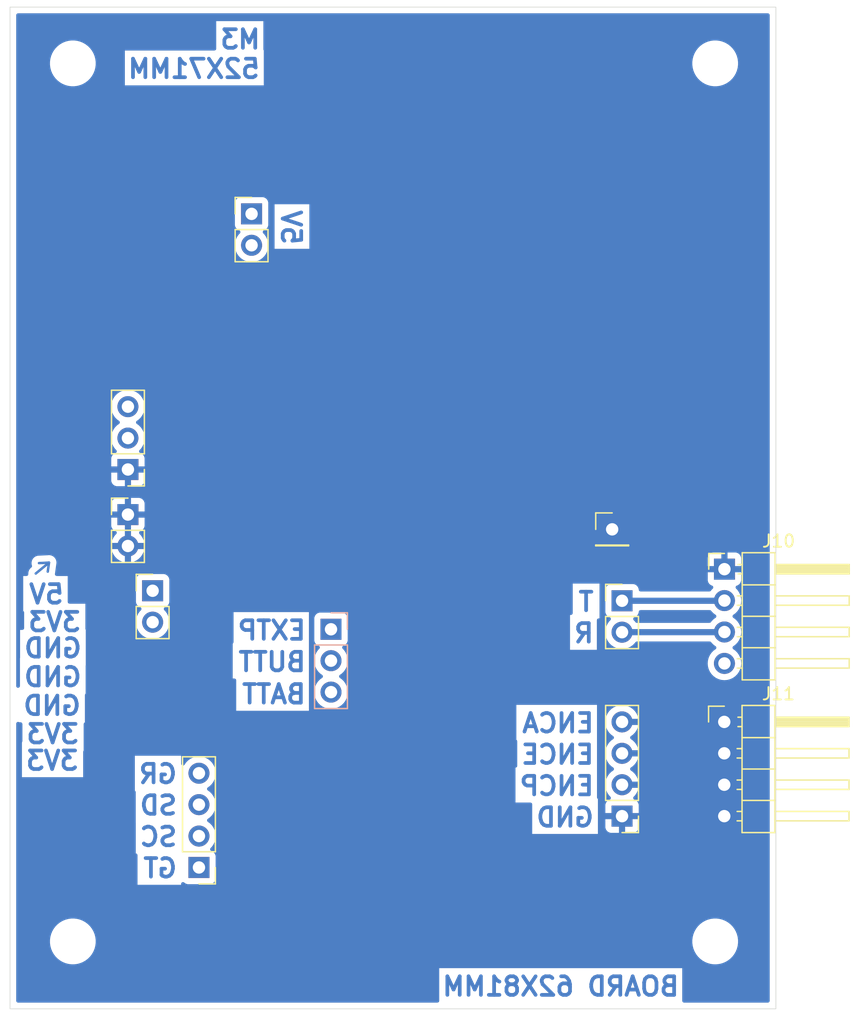
<source format=kicad_pcb>
(kicad_pcb (version 20240108) (generator "pcbnew") (generator_version "8.0")
  (layers (0 "F.Cu" signal) (31 "B.Cu" signal) (34 "B.Paste" user) (35 "F.Paste" user) (36 "B.SilkS" user "B.Silkscreen") (37 "F.SilkS" user "F.Silkscreen") (38 "B.Mask" user) (39 "F.Mask" user) (44 "Edge.Cuts" user))
  (net 0 "")
  (net 1 "ENC_A")
  (net 2 "ENC_P")
  (net 3 "GND")
  (net 4 "ENC_E")
  (net 5 "RX0")
  (net 6 "TX0")
  (net 7 "BUTTON")
  (net 8 "BATTERY")
  (net 9 "EXT_POWER_DETECT")
  (net 10 "+3.3V")
  (net 11 "+5V")
  (net 12 "GPS_RX")
  (net 13 "SDA")
  (net 14 "GPS_TX")
  (net 15 "SCL")
  (footprint "MountingHole:MountingHole_3.2mm_M3" (layer "F.Cu") (at 69.65 64.56)
    (property "Reference" "H1" (hide yes))
    (property "Value" "MountingHole" (hide yes))
    (pad "" np_thru_hole circle (at 0 0) (size 3.2 3.2) (drill 3.2) (layers "F&B.Cu" "*.Mask"))
  )
  (footprint "MountingHole:MountingHole_3.2mm_M3" (layer "F.Cu") (at 69.65 135.56)
    (property "Reference" "H3" (hide yes))
    (property "Value" "MountingHole" (hide yes))
    (pad "" np_thru_hole circle (at 0 0) (size 3.2 3.2) (drill 3.2) (layers "F&B.Cu" "*.Mask"))
  )
  (footprint "Connector_PinHeader_2.54mm:PinHeader_1x02_P2.54mm_Vertical" (layer "F.Cu") (at 84.12 76.73)
    (property "Reference" "J5" (hide yes))
    (property "Value" "5V")
    (fp_line (start -1.33 -1.33) (end 0 -1.33) (stroke (width 0.12)) (layer "F.SilkS"))
    (fp_line (start -1.33 0) (end -1.33 -1.33) (stroke (width 0.12)) (layer "F.SilkS"))
    (fp_line (start -1.33 1.27) (end -1.33 3.87) (stroke (width 0.12)) (layer "F.SilkS"))
    (fp_line (start -1.33 1.27) (end 1.33 1.27) (stroke (width 0.12)) (layer "F.SilkS"))
    (fp_line (start -1.33 3.87) (end 1.33 3.87) (stroke (width 0.12)) (layer "F.SilkS"))
    (fp_line (start 1.33 1.27) (end 1.33 3.87) (stroke (width 0.12)) (layer "F.SilkS"))
    (pad "1" thru_hole rect (at 0 0) (size 1.7 1.7) (drill 1) (layers "*.Cu" "*.Mask") (net 11 "+5V"))
    (pad "2" thru_hole oval (at 0 2.54) (size 1.7 1.7) (drill 1) (layers "*.Cu" "*.Mask") (net 11 "+5V"))
  )
  (footprint "Connector_PinHeader_2.54mm:PinHeader_1x03_P2.54mm_Vertical" (layer "F.Cu") (at 74.11 97.4 180)
    (property "Reference" "J4" (hide yes))
    (property "Value" "POWER")
    (fp_line (start 1.33 1.27) (end 1.33 6.41) (stroke (width 0.12)) (layer "F.SilkS"))
    (fp_line (start -1.33 6.41) (end 1.33 6.41) (stroke (width 0.12)) (layer "F.SilkS"))
    (fp_line (start -1.33 1.27) (end 1.33 1.27) (stroke (width 0.12)) (layer "F.SilkS"))
    (fp_line (start -1.33 1.27) (end -1.33 6.41) (stroke (width 0.12)) (layer "F.SilkS"))
    (fp_line (start -1.33 0) (end -1.33 -1.33) (stroke (width 0.12)) (layer "F.SilkS"))
    (fp_line (start -1.33 -1.33) (end 0 -1.33) (stroke (width 0.12)) (layer "F.SilkS"))
    (pad "1" thru_hole rect (at 0 0 180) (size 1.7 1.7) (drill 1) (layers "*.Cu" "*.Mask") (net 3 "GND"))
    (pad "2" thru_hole oval (at 0 2.54 180) (size 1.7 1.7) (drill 1) (layers "*.Cu" "*.Mask") (net 10 "+3.3V"))
    (pad "3" thru_hole oval (at 0 5.08 180) (size 1.7 1.7) (drill 1) (layers "*.Cu" "*.Mask") (net 11 "+5V"))
  )
  (footprint "Connector_PinHeader_2.54mm:PinHeader_1x04_P2.54mm_Horizontal" (layer "F.Cu") (at 122.385 117.81)
    (property "Reference" "J11" (at 4.385 -2.27 0) (layer "F.SilkS"))
    (property "Value" "ENCODER")
    (fp_line (start -1.27 -1.27) (end 0 -1.27) (stroke (width 0.12)) (layer "F.SilkS"))
    (fp_line (start -1.27 0) (end -1.27 -1.27) (stroke (width 0.12)) (layer "F.SilkS"))
    (fp_line (start 1.042929 2.16) (end 1.44 2.16) (stroke (width 0.12)) (layer "F.SilkS"))
    (fp_line (start 1.042929 2.92) (end 1.44 2.92) (stroke (width 0.12)) (layer "F.SilkS"))
    (fp_line (start 1.042929 4.7) (end 1.44 4.7) (stroke (width 0.12)) (layer "F.SilkS"))
    (fp_line (start 1.042929 5.46) (end 1.44 5.46) (stroke (width 0.12)) (layer "F.SilkS"))
    (fp_line (start 1.042929 7.24) (end 1.44 7.24) (stroke (width 0.12)) (layer "F.SilkS"))
    (fp_line (start 1.042929 8) (end 1.44 8) (stroke (width 0.12)) (layer "F.SilkS"))
    (fp_line (start 1.11 -0.38) (end 1.44 -0.38) (stroke (width 0.12)) (layer "F.SilkS"))
    (fp_line (start 1.11 0.38) (end 1.44 0.38) (stroke (width 0.12)) (layer "F.SilkS"))
    (fp_line (start 1.44 -1.33) (end 1.44 8.95) (stroke (width 0.12)) (layer "F.SilkS"))
    (fp_line (start 1.44 1.27) (end 4.1 1.27) (stroke (width 0.12)) (layer "F.SilkS"))
    (fp_line (start 1.44 3.81) (end 4.1 3.81) (stroke (width 0.12)) (layer "F.SilkS"))
    (fp_line (start 1.44 6.35) (end 4.1 6.35) (stroke (width 0.12)) (layer "F.SilkS"))
    (fp_line (start 1.44 8.95) (end 4.1 8.95) (stroke (width 0.12)) (layer "F.SilkS"))
    (fp_line (start 4.1 -1.33) (end 1.44 -1.33) (stroke (width 0.12)) (layer "F.SilkS"))
    (fp_line (start 4.1 -0.38) (end 10.1 -0.38) (stroke (width 0.12)) (layer "F.SilkS"))
    (fp_line (start 4.1 -0.32) (end 10.1 -0.32) (stroke (width 0.12)) (layer "F.SilkS"))
    (fp_line (start 4.1 -0.2) (end 10.1 -0.2) (stroke (width 0.12)) (layer "F.SilkS"))
    (fp_line (start 4.1 -0.08) (end 10.1 -0.08) (stroke (width 0.12)) (layer "F.SilkS"))
    (fp_line (start 4.1 0.04) (end 10.1 0.04) (stroke (width 0.12)) (layer "F.SilkS"))
    (fp_line (start 4.1 0.16) (end 10.1 0.16) (stroke (width 0.12)) (layer "F.SilkS"))
    (fp_line (start 4.1 0.28) (end 10.1 0.28) (stroke (width 0.12)) (layer "F.SilkS"))
    (fp_line (start 4.1 2.16) (end 10.1 2.16) (stroke (width 0.12)) (layer "F.SilkS"))
    (fp_line (start 4.1 4.7) (end 10.1 4.7) (stroke (width 0.12)) (layer "F.SilkS"))
    (fp_line (start 4.1 7.24) (end 10.1 7.24) (stroke (width 0.12)) (layer "F.SilkS"))
    (fp_line (start 4.1 8.95) (end 4.1 -1.33) (stroke (width 0.12)) (layer "F.SilkS"))
    (fp_line (start 10.1 -0.38) (end 10.1 0.38) (stroke (width 0.12)) (layer "F.SilkS"))
    (fp_line (start 10.1 0.38) (end 4.1 0.38) (stroke (width 0.12)) (layer "F.SilkS"))
    (fp_line (start 10.1 2.16) (end 10.1 2.92) (stroke (width 0.12)) (layer "F.SilkS"))
    (fp_line (start 10.1 2.92) (end 4.1 2.92) (stroke (width 0.12)) (layer "F.SilkS"))
    (fp_line (start 10.1 4.7) (end 10.1 5.46) (stroke (width 0.12)) (layer "F.SilkS"))
    (fp_line (start 10.1 5.46) (end 4.1 5.46) (stroke (width 0.12)) (layer "F.SilkS"))
    (fp_line (start 10.1 7.24) (end 10.1 8) (stroke (width 0.12)) (layer "F.SilkS"))
    (fp_line (start 10.1 8) (end 4.1 8) (stroke (width 0.12)) (layer "F.SilkS"))
    (pad "1" thru_hole rect (at 0 0) (size 1.7 1.7) (drill 1) (layers "*.Cu" "*.Mask") (net 1 "ENC_A"))
    (pad "2" thru_hole oval (at 0 2.54) (size 1.7 1.7) (drill 1) (layers "*.Cu" "*.Mask") (net 4 "ENC_E"))
    (pad "3" thru_hole oval (at 0 5.08) (size 1.7 1.7) (drill 1) (layers "*.Cu" "*.Mask") (net 2 "ENC_P"))
    (pad "4" thru_hole oval (at 0 7.62) (size 1.7 1.7) (drill 1) (layers "*.Cu" "*.Mask") (net 3 "GND"))
  )
  (footprint "MountingHole:MountingHole_3.2mm_M3" (layer "F.Cu") (at 121.65 64.56)
    (property "Reference" "H2" (hide yes))
    (property "Value" "MountingHole" (hide yes))
    (pad "" np_thru_hole circle (at 0 0) (size 3.2 3.2) (drill 3.2) (layers "F&B.Cu" "*.Mask"))
  )
  (footprint "Connector_PinHeader_2.54mm:PinHeader_1x01_P2.54mm_Vertical" (layer "F.Cu") (at 113.31 102.24)
    (property "Reference" "J9" (hide yes))
    (property "Value" "GND")
    (fp_line (start -1.33 -1.33) (end 0 -1.33) (stroke (width 0.12)) (layer "F.SilkS"))
    (fp_line (start -1.33 0) (end -1.33 -1.33) (stroke (width 0.12)) (layer "F.SilkS"))
    (fp_line (start -1.33 1.27) (end -1.33 1.33) (stroke (width 0.12)) (layer "F.SilkS"))
    (fp_line (start -1.33 1.27) (end 1.33 1.27) (stroke (width 0.12)) (layer "F.SilkS"))
    (fp_line (start -1.33 1.33) (end 1.33 1.33) (stroke (width 0.12)) (layer "F.SilkS"))
    (fp_line (start 1.33 1.27) (end 1.33 1.33) (stroke (width 0.12)) (layer "F.SilkS"))
    (pad "1" thru_hole rect (at 0 0) (size 1.7 1.7) (drill 1) (layers "*.Cu" "*.Mask") (net 3 "GND"))
  )
  (footprint "Connector_PinHeader_2.54mm:PinHeader_1x04_P2.54mm_Vertical" (layer "F.Cu") (at 114.11 125.43 180)
    (property "Reference" "J1" (hide yes))
    (property "Value" "ENCODER")
    (fp_line (start 1.33 1.27) (end 1.33 8.95) (stroke (width 0.12)) (layer "F.SilkS"))
    (fp_line (start -1.33 8.95) (end 1.33 8.95) (stroke (width 0.12)) (layer "F.SilkS"))
    (fp_line (start -1.33 1.27) (end 1.33 1.27) (stroke (width 0.12)) (layer "F.SilkS"))
    (fp_line (start -1.33 1.27) (end -1.33 8.95) (stroke (width 0.12)) (layer "F.SilkS"))
    (fp_line (start -1.33 0) (end -1.33 -1.33) (stroke (width 0.12)) (layer "F.SilkS"))
    (fp_line (start -1.33 -1.33) (end 0 -1.33) (stroke (width 0.12)) (layer "F.SilkS"))
    (pad "1" thru_hole rect (at 0 0 180) (size 1.7 1.7) (drill 1) (layers "*.Cu" "*.Mask") (net 3 "GND"))
    (pad "2" thru_hole oval (at 0 2.54 180) (size 1.7 1.7) (drill 1) (layers "*.Cu" "*.Mask") (net 2 "ENC_P"))
    (pad "3" thru_hole oval (at 0 5.08 180) (size 1.7 1.7) (drill 1) (layers "*.Cu" "*.Mask") (net 4 "ENC_E"))
    (pad "4" thru_hole oval (at 0 7.62 180) (size 1.7 1.7) (drill 1) (layers "*.Cu" "*.Mask") (net 1 "ENC_A"))
  )
  (footprint "Connector_PinHeader_2.54mm:PinHeader_1x04_P2.54mm_Vertical" (layer "F.Cu") (at 79.86 129.58 180)
    (property "Reference" "J8" (hide yes))
    (property "Value" "GPS+OLED")
    (fp_line (start 1.33 1.27) (end 1.33 8.95) (stroke (width 0.12)) (layer "F.SilkS"))
    (fp_line (start -1.33 8.95) (end 1.33 8.95) (stroke (width 0.12)) (layer "F.SilkS"))
    (fp_line (start -1.33 1.27) (end 1.33 1.27) (stroke (width 0.12)) (layer "F.SilkS"))
    (fp_line (start -1.33 1.27) (end -1.33 8.95) (stroke (width 0.12)) (layer "F.SilkS"))
    (fp_line (start -1.33 0) (end -1.33 -1.33) (stroke (width 0.12)) (layer "F.SilkS"))
    (fp_line (start -1.33 -1.33) (end 0 -1.33) (stroke (width 0.12)) (layer "F.SilkS"))
    (pad "1" thru_hole rect (at 0 0 180) (size 1.7 1.7) (drill 1) (layers "*.Cu" "*.Mask") (net 14 "GPS_TX"))
    (pad "2" thru_hole oval (at 0 2.54 180) (size 1.7 1.7) (drill 1) (layers "*.Cu" "*.Mask") (net 15 "SCL"))
    (pad "3" thru_hole oval (at 0 5.08 180) (size 1.7 1.7) (drill 1) (layers "*.Cu" "*.Mask") (net 13 "SDA"))
    (pad "4" thru_hole oval (at 0 7.62 180) (size 1.7 1.7) (drill 1) (layers "*.Cu" "*.Mask") (net 12 "GPS_RX"))
  )
  (footprint "Connector_PinHeader_2.54mm:PinHeader_1x02_P2.54mm_Vertical" (layer "F.Cu") (at 114.11 108.015)
    (property "Reference" "J2" (hide yes))
    (property "Value" "PROG")
    (fp_line (start -1.33 -1.33) (end 0 -1.33) (stroke (width 0.12)) (layer "F.SilkS"))
    (fp_line (start -1.33 0) (end -1.33 -1.33) (stroke (width 0.12)) (layer "F.SilkS"))
    (fp_line (start -1.33 1.27) (end -1.33 3.87) (stroke (width 0.12)) (layer "F.SilkS"))
    (fp_line (start -1.33 1.27) (end 1.33 1.27) (stroke (width 0.12)) (layer "F.SilkS"))
    (fp_line (start -1.33 3.87) (end 1.33 3.87) (stroke (width 0.12)) (layer "F.SilkS"))
    (fp_line (start 1.33 1.27) (end 1.33 3.87) (stroke (width 0.12)) (layer "F.SilkS"))
    (pad "1" thru_hole rect (at 0 0) (size 1.7 1.7) (drill 1) (layers "*.Cu" "*.Mask") (net 6 "TX0"))
    (pad "2" thru_hole oval (at 0 2.54) (size 1.7 1.7) (drill 1) (layers "*.Cu" "*.Mask") (net 5 "RX0"))
  )
  (footprint "Connector_PinHeader_2.54mm:PinHeader_1x02_P2.54mm_Vertical" (layer "F.Cu") (at 74.11 101.045)
    (property "Reference" "J6" (hide yes))
    (property "Value" "GND")
    (fp_line (start -1.33 -1.33) (end 0 -1.33) (stroke (width 0.12)) (layer "F.SilkS"))
    (fp_line (start -1.33 0) (end -1.33 -1.33) (stroke (width 0.12)) (layer "F.SilkS"))
    (fp_line (start -1.33 1.27) (end -1.33 3.87) (stroke (width 0.12)) (layer "F.SilkS"))
    (fp_line (start -1.33 1.27) (end 1.33 1.27) (stroke (width 0.12)) (layer "F.SilkS"))
    (fp_line (start -1.33 3.87) (end 1.33 3.87) (stroke (width 0.12)) (layer "F.SilkS"))
    (fp_line (start 1.33 1.27) (end 1.33 3.87) (stroke (width 0.12)) (layer "F.SilkS"))
    (pad "1" thru_hole rect (at 0 0) (size 1.7 1.7) (drill 1) (layers "*.Cu" "*.Mask") (net 3 "GND"))
    (pad "2" thru_hole oval (at 0 2.54) (size 1.7 1.7) (drill 1) (layers "*.Cu" "*.Mask") (net 3 "GND"))
  )
  (footprint "MountingHole:MountingHole_3.2mm_M3" (layer "F.Cu") (at 121.65 135.56)
    (property "Reference" "H4" (hide yes))
    (property "Value" "MountingHole" (hide yes))
    (pad "" np_thru_hole circle (at 0 0) (size 3.2 3.2) (drill 3.2) (layers "F&B.Cu" "*.Mask"))
  )
  (footprint "Connector_PinHeader_2.54mm:PinHeader_1x04_P2.54mm_Horizontal" (layer "F.Cu") (at 122.4 105.46)
    (property "Reference" "J10" (at 4.385 -2.27 0) (layer "F.SilkS"))
    (property "Value" "ENCODER")
    (fp_line (start -1.27 -1.27) (end 0 -1.27) (stroke (width 0.12)) (layer "F.SilkS"))
    (fp_line (start -1.27 0) (end -1.27 -1.27) (stroke (width 0.12)) (layer "F.SilkS"))
    (fp_line (start 1.042929 2.16) (end 1.44 2.16) (stroke (width 0.12)) (layer "F.SilkS"))
    (fp_line (start 1.042929 2.92) (end 1.44 2.92) (stroke (width 0.12)) (layer "F.SilkS"))
    (fp_line (start 1.042929 4.7) (end 1.44 4.7) (stroke (width 0.12)) (layer "F.SilkS"))
    (fp_line (start 1.042929 5.46) (end 1.44 5.46) (stroke (width 0.12)) (layer "F.SilkS"))
    (fp_line (start 1.042929 7.24) (end 1.44 7.24) (stroke (width 0.12)) (layer "F.SilkS"))
    (fp_line (start 1.042929 8) (end 1.44 8) (stroke (width 0.12)) (layer "F.SilkS"))
    (fp_line (start 1.11 -0.38) (end 1.44 -0.38) (stroke (width 0.12)) (layer "F.SilkS"))
    (fp_line (start 1.11 0.38) (end 1.44 0.38) (stroke (width 0.12)) (layer "F.SilkS"))
    (fp_line (start 1.44 -1.33) (end 1.44 8.95) (stroke (width 0.12)) (layer "F.SilkS"))
    (fp_line (start 1.44 1.27) (end 4.1 1.27) (stroke (width 0.12)) (layer "F.SilkS"))
    (fp_line (start 1.44 3.81) (end 4.1 3.81) (stroke (width 0.12)) (layer "F.SilkS"))
    (fp_line (start 1.44 6.35) (end 4.1 6.35) (stroke (width 0.12)) (layer "F.SilkS"))
    (fp_line (start 1.44 8.95) (end 4.1 8.95) (stroke (width 0.12)) (layer "F.SilkS"))
    (fp_line (start 4.1 -1.33) (end 1.44 -1.33) (stroke (width 0.12)) (layer "F.SilkS"))
    (fp_line (start 4.1 -0.38) (end 10.1 -0.38) (stroke (width 0.12)) (layer "F.SilkS"))
    (fp_line (start 4.1 -0.32) (end 10.1 -0.32) (stroke (width 0.12)) (layer "F.SilkS"))
    (fp_line (start 4.1 -0.2) (end 10.1 -0.2) (stroke (width 0.12)) (layer "F.SilkS"))
    (fp_line (start 4.1 -0.08) (end 10.1 -0.08) (stroke (width 0.12)) (layer "F.SilkS"))
    (fp_line (start 4.1 0.04) (end 10.1 0.04) (stroke (width 0.12)) (layer "F.SilkS"))
    (fp_line (start 4.1 0.16) (end 10.1 0.16) (stroke (width 0.12)) (layer "F.SilkS"))
    (fp_line (start 4.1 0.28) (end 10.1 0.28) (stroke (width 0.12)) (layer "F.SilkS"))
    (fp_line (start 4.1 2.16) (end 10.1 2.16) (stroke (width 0.12)) (layer "F.SilkS"))
    (fp_line (start 4.1 4.7) (end 10.1 4.7) (stroke (width 0.12)) (layer "F.SilkS"))
    (fp_line (start 4.1 7.24) (end 10.1 7.24) (stroke (width 0.12)) (layer "F.SilkS"))
    (fp_line (start 4.1 8.95) (end 4.1 -1.33) (stroke (width 0.12)) (layer "F.SilkS"))
    (fp_line (start 10.1 -0.38) (end 10.1 0.38) (stroke (width 0.12)) (layer "F.SilkS"))
    (fp_line (start 10.1 0.38) (end 4.1 0.38) (stroke (width 0.12)) (layer "F.SilkS"))
    (fp_line (start 10.1 2.16) (end 10.1 2.92) (stroke (width 0.12)) (layer "F.SilkS"))
    (fp_line (start 10.1 2.92) (end 4.1 2.92) (stroke (width 0.12)) (layer "F.SilkS"))
    (fp_line (start 10.1 4.7) (end 10.1 5.46) (stroke (width 0.12)) (layer "F.SilkS"))
    (fp_line (start 10.1 5.46) (end 4.1 5.46) (stroke (width 0.12)) (layer "F.SilkS"))
    (fp_line (start 10.1 7.24) (end 10.1 8) (stroke (width 0.12)) (layer "F.SilkS"))
    (fp_line (start 10.1 8) (end 4.1 8) (stroke (width 0.12)) (layer "F.SilkS"))
    (pad "1" thru_hole rect (at 0 0) (size 1.7 1.7) (drill 1) (layers "*.Cu" "*.Mask") (net 3 "GND"))
    (pad "2" thru_hole oval (at 0 2.54) (size 1.7 1.7) (drill 1) (layers "*.Cu" "*.Mask") (net 6 "TX0"))
    (pad "3" thru_hole oval (at 0 5.08) (size 1.7 1.7) (drill 1) (layers "*.Cu" "*.Mask") (net 5 "RX0"))
    (pad "4" thru_hole oval (at 0 7.62) (size 1.7 1.7) (drill 1) (layers "*.Cu" "*.Mask") (net 10 "+3.3V"))
  )
  (footprint "Connector_PinHeader_2.54mm:PinHeader_1x02_P2.54mm_Vertical" (layer "F.Cu") (at 76.11 107.205)
    (property "Reference" "J7" (hide yes))
    (property "Value" "3V3")
    (fp_line (start -1.33 -1.33) (end 0 -1.33) (stroke (width 0.12)) (layer "F.SilkS"))
    (fp_line (start -1.33 0) (end -1.33 -1.33) (stroke (width 0.12)) (layer "F.SilkS"))
    (fp_line (start -1.33 1.27) (end -1.33 3.87) (stroke (width 0.12)) (layer "F.SilkS"))
    (fp_line (start -1.33 1.27) (end 1.33 1.27) (stroke (width 0.12)) (layer "F.SilkS"))
    (fp_line (start -1.33 3.87) (end 1.33 3.87) (stroke (width 0.12)) (layer "F.SilkS"))
    (fp_line (start 1.33 1.27) (end 1.33 3.87) (stroke (width 0.12)) (layer "F.SilkS"))
    (pad "1" thru_hole rect (at 0 0) (size 1.7 1.7) (drill 1) (layers "*.Cu" "*.Mask") (net 10 "+3.3V"))
    (pad "2" thru_hole oval (at 0 2.54) (size 1.7 1.7) (drill 1) (layers "*.Cu" "*.Mask") (net 10 "+3.3V"))
  )
  (footprint "Connector_PinHeader_2.54mm:PinHeader_1x03_P2.54mm_Vertical" (layer "B.Cu") (at 90.55 110.32 180)
    (property "Reference" "J3" (hide yes))
    (property "Value" "MISC")
    (fp_line (start 1.33 -1.27) (end -1.33 -1.27) (stroke (width 0.12)) (layer "B.SilkS"))
    (fp_line (start 1.33 -6.41) (end 1.33 -1.27) (stroke (width 0.12)) (layer "B.SilkS"))
    (fp_line (start 1.33 -6.41) (end -1.33 -6.41) (stroke (width 0.12)) (layer "B.SilkS"))
    (fp_line (start 0 1.33) (end -1.33 1.33) (stroke (width 0.12)) (layer "B.SilkS"))
    (fp_line (start -1.33 1.33) (end -1.33 0) (stroke (width 0.12)) (layer "B.SilkS"))
    (fp_line (start -1.33 -6.41) (end -1.33 -1.27) (stroke (width 0.12)) (layer "B.SilkS"))
    (pad "1" thru_hole rect (at 0 0 180) (size 1.7 1.7) (drill 1) (layers "*.Cu" "*.Mask") (net 9 "EXT_POWER_DETECT"))
    (pad "2" thru_hole oval (at 0 -2.54 180) (size 1.7 1.7) (drill 1) (layers "*.Cu" "*.Mask") (net 7 "BUTTON"))
    (pad "3" thru_hole oval (at 0 -5.08 180) (size 1.7 1.7) (drill 1) (layers "*.Cu" "*.Mask") (net 8 "BATTERY"))
  )
  (gr_line (start 67.72 104.93) (end 66.91 104.97) (stroke (width 0.2)) (layer "B.Cu"))
  (gr_line (start 66.65 105.81) (end 67.72 104.93) (stroke (width 0.2)) (layer "B.Cu"))
  (gr_line (start 67.72 104.93) (end 67.62 105.66) (stroke (width 0.2)) (layer "B.Cu"))
  (gr_rect (start 64.565 60.01) (end 126.565 141.01) (stroke (width 0.05)) (fill none) (layer "Edge.Cuts"))
  (gr_text "M3" (at 84.971426 63.5 -0) (layer "B.Cu") (effects (font (size 1.5 1.5) (thickness 0.3) (bold yes)) (justify left bottom mirror)))
  (gr_text "3V3" (at 70.281426 119.67 -0) (layer "B.Cu") (effects (font (size 1.5 1.5) (thickness 0.3) (bold yes)) (justify left bottom mirror)))
  (gr_text "T" (at 111.97 108.98 -0) (layer "B.Cu") (effects (font (size 1.5 1.5) (thickness 0.3) (bold yes)) (justify left bottom mirror)))
  (gr_text "BATT\n" (at 88.66 116.45 -0) (layer "B.Cu") (effects (font (size 1.5 1.5) (thickness 0.3) (bold yes)) (justify left bottom mirror)))
  (gr_text "BOARD 62X81MM" (at 118.881426 140.08 -0) (layer "B.Cu") (effects (font (size 1.5 1.5) (thickness 0.3) (bold yes)) (justify left bottom mirror)))
  (gr_text "GND" (at 70.521426 112.73 -0) (layer "B.Cu") (effects (font (size 1.5 1.5) (thickness 0.3) (bold yes)) (justify left bottom mirror)))
  (gr_text "5V" (at 69.06 108.37 -0) (layer "B.Cu") (effects (font (size 1.5 1.5) (thickness 0.3) (bold yes)) (justify left bottom mirror)))
  (gr_text "52X71MM" (at 84.931426 65.88 -0) (layer "B.Cu") (effects (font (size 1.5 1.5) (thickness 0.3) (bold yes)) (justify left bottom mirror)))
  (gr_text "SD" (at 78.24 125.44 -0) (layer "B.Cu") (effects (font (size 1.5 1.5) (thickness 0.3) (bold yes)) (justify left bottom mirror)))
  (gr_text "SC" (at 78.24 127.98 -0) (layer "B.Cu") (effects (font (size 1.5 1.5) (thickness 0.3) (bold yes)) (justify left bottom mirror)))
  (gr_text "GND" (at 70.451426 117.38 -0) (layer "B.Cu") (effects (font (size 1.5 1.5) (thickness 0.3) (bold yes)) (justify left bottom mirror)))
  (gr_text "ENCE" (at 111.981426 121.33 -0) (layer "B.Cu") (effects (font (size 1.5 1.5) (thickness 0.3) (bold yes)) (justify left bottom mirror)))
  (gr_text "3V3" (at 70.421426 110.61 -0) (layer "B.Cu") (effects (font (size 1.5 1.5) (thickness 0.3) (bold yes)) (justify left bottom mirror)))
  (gr_text "GND" (at 70.511426 115.06 -0) (layer "B.Cu") (effects (font (size 1.5 1.5) (thickness 0.3) (bold yes)) (justify left bottom mirror)))
  (gr_text "GND" (at 111.981426 126.41 -0) (layer "B.Cu") (effects (font (size 1.5 1.5) (thickness 0.3) (bold yes)) (justify left bottom mirror)))
  (gr_text "3V3" (at 70.241426 121.82 -0) (layer "B.Cu") (effects (font (size 1.5 1.5) (thickness 0.3) (bold yes)) (justify left bottom mirror)))
  (gr_text "R" (at 111.97 111.52 -0) (layer "B.Cu") (effects (font (size 1.5 1.5) (thickness 0.3) (bold yes)) (justify left bottom mirror)))
  (gr_text "BUTT" (at 88.66 113.84 -0) (layer "B.Cu") (effects (font (size 1.5 1.5) (thickness 0.3) (bold yes)) (justify left bottom mirror)))
  (gr_text "GR" (at 78.24 122.9 -0) (layer "B.Cu") (effects (font (size 1.5 1.5) (thickness 0.3) (bold yes)) (justify left bottom mirror)))
  (gr_text "5V" (at 86.44 79.38 -90) (layer "B.Cu") (effects (font (size 1.5 1.5) (thickness 0.3) (bold yes)) (justify left bottom mirror)))
  (gr_text "EXTP" (at 88.66 111.29 -0) (layer "B.Cu") (effects (font (size 1.5 1.5) (thickness 0.3) (bold yes)) (justify left bottom mirror)))
  (gr_text "ENCP" (at 111.981426 123.87 -0) (layer "B.Cu") (effects (font (size 1.5 1.5) (thickness 0.3) (bold yes)) (justify left bottom mirror)))
  (gr_text "ENCA" (at 111.981426 118.79 -0) (layer "B.Cu") (effects (font (size 1.5 1.5) (thickness 0.3) (bold yes)) (justify left bottom mirror)))
  (gr_text "GT" (at 78.24 130.52 -0) (layer "B.Cu") (effects (font (size 1.5 1.5) (thickness 0.3) (bold yes)) (justify left bottom mirror)))
  (segment (start 122.2 117.81) (end 122.26 117.75) (width 0.5) (layer "B.Cu") (net 1))
  (segment (start 114.11 117.81) (end 122.2 117.81) (width 0.5) (layer "B.Cu") (net 1))
  (segment (start 114.11 122.89) (end 122.47 122.89) (width 0.5) (layer "B.Cu") (net 2))
  (segment (start 122.31 120.35) (end 122.47 120.19) (width 0.5) (layer "B.Cu") (net 4))
  (segment (start 114.11 120.35) (end 122.31 120.35) (width 0.5) (layer "B.Cu") (net 4))
  (segment (start 122.315 110.555) (end 122.38 110.49) (width 0.5) (layer "F.Cu") (net 5))
  (segment (start 122.315 110.555) (end 114.11 110.555) (width 0.5) (layer "B.Cu") (net 5))
  (segment (start 122.235 108.015) (end 122.27 107.98) (width 0.5) (layer "F.Cu") (net 6))
  (segment (start 122.315 108.015) (end 114.19 108.015) (width 0.5) (layer "B.Cu") (net 6))
  (zone (net 3) (net_name "GND") (layer "B.Cu") (connect_pads (clearance 0.5)) (min_thickness 0.3) (fill yes (thermal_gap 0.5) (thermal_bridge_width 0.5) (island_removal_mode 2) (island_area_min 1))
    (polygon (pts (xy 64.008 59.436) (xy 127.508 59.436) (xy 127.508 142.24) (xy 63.754 142.24)))
  )
)
</source>
